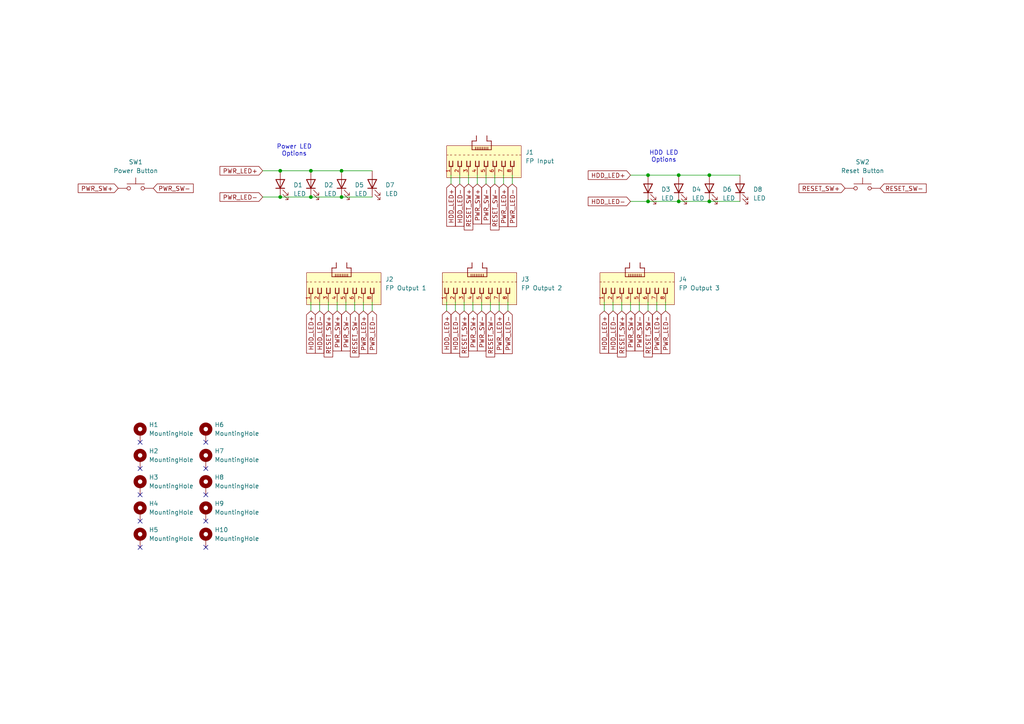
<source format=kicad_sch>
(kicad_sch (version 20250114) (generator "eeschema") (generator_version "9.0")
  (paper "A4")
  (lib_symbols
    (symbol "54602-908LF:54602-908LF" (pin_names (offset 1.016))
      (property "Reference" "J" (at 5.0956 10.1912 0))
      (property "Value" "54602-908LF" (at 5.1004 -10.2008 0))
      (symbol "54602-908LF_0_0"
        (rectangle (start -3.2879 -10.1835) (end 5.9831 11.4065) (stroke (width 0.127)) (fill (type background)))
        (polyline (pts (xy 0 10.668) (xy 0 9.652)) (stroke (width 0.254)))
        (polyline (pts (xy 0 9.652) (xy 1.524 9.652)) (stroke (width 0.254)))
        (polyline (pts (xy 0 8.128) (xy 0 7.112)) (stroke (width 0.254)))
        (polyline (pts (xy 0 7.112) (xy 1.524 7.112)) (stroke (width 0.254)))
        (polyline (pts (xy 0 5.588) (xy 0 4.572)) (stroke (width 0.254)))
        (polyline (pts (xy 0 4.572) (xy 1.524 4.572)) (stroke (width 0.254)))
        (polyline (pts (xy 0 3.048) (xy 0 2.032)) (stroke (width 0.254)))
        (polyline (pts (xy 0 2.032) (xy 1.524 2.032)) (stroke (width 0.254)))
        (polyline (pts (xy 0 0.508) (xy 0 -0.508)) (stroke (width 0.254)))
        (polyline (pts (xy 0 -0.508) (xy 1.524 -0.508)) (stroke (width 0.254)))
        (polyline (pts (xy 0 -2.032) (xy 0 -3.048)) (stroke (width 0.254)))
        (polyline (pts (xy 0 -3.048) (xy 1.524 -3.048)) (stroke (width 0.254)))
        (polyline (pts (xy 0 -4.572) (xy 0 -5.588)) (stroke (width 0.254)))
        (polyline (pts (xy 0 -5.588) (xy 1.524 -5.588)) (stroke (width 0.254)))
        (polyline (pts (xy 0 -7.112) (xy 0 -8.128)) (stroke (width 0.254)))
        (polyline (pts (xy 0 -8.128) (xy 1.524 -8.128)) (stroke (width 0.254)))
        (polyline (pts (xy 1.524 10.668) (xy 0 10.668)) (stroke (width 0.254)))
        (polyline (pts (xy 1.524 8.128) (xy 0 8.128)) (stroke (width 0.254)))
        (polyline (pts (xy 1.524 5.588) (xy 0 5.588)) (stroke (width 0.254)))
        (polyline (pts (xy 1.524 3.048) (xy 0 3.048)) (stroke (width 0.254)))
        (polyline (pts (xy 1.524 0.508) (xy 0 0.508)) (stroke (width 0.254)))
        (polyline (pts (xy 1.524 -2.032) (xy 0 -2.032)) (stroke (width 0.254)))
        (polyline (pts (xy 1.524 -4.572) (xy 0 -4.572)) (stroke (width 0.254)))
        (polyline (pts (xy 1.524 -7.112) (xy 0 -7.112)) (stroke (width 0.254)))
        (polyline (pts (xy 3.302 10.922) (xy 3.302 11.43)) (stroke (width 0.127)))
        (polyline (pts (xy 3.302 9.906) (xy 3.302 10.414)) (stroke (width 0.127)))
        (polyline (pts (xy 3.302 8.636) (xy 3.302 9.144)) (stroke (width 0.127)))
        (polyline (pts (xy 3.302 7.366) (xy 3.302 7.874)) (stroke (width 0.127)))
        (polyline (pts (xy 3.302 6.096) (xy 3.302 6.604)) (stroke (width 0.127)))
        (polyline (pts (xy 3.302 4.826) (xy 3.302 5.334)) (stroke (width 0.127)))
        (polyline (pts (xy 3.302 3.556) (xy 3.302 4.064)) (stroke (width 0.127)))
        (polyline (pts (xy 3.302 2.286) (xy 3.302 2.794)) (stroke (width 0.127)))
        (polyline (pts (xy 3.302 1.016) (xy 3.302 1.524)) (stroke (width 0.127)))
        (polyline (pts (xy 3.302 -0.254) (xy 3.302 0.254)) (stroke (width 0.127)))
        (polyline (pts (xy 3.302 -1.524) (xy 3.302 -1.016)) (stroke (width 0.127)))
        (polyline (pts (xy 3.302 -2.794) (xy 3.302 -2.286)) (stroke (width 0.127)))
        (polyline (pts (xy 3.302 -4.064) (xy 3.302 -3.556)) (stroke (width 0.127)))
        (polyline (pts (xy 3.302 -5.334) (xy 3.302 -4.826)) (stroke (width 0.127)))
        (polyline (pts (xy 3.302 -6.604) (xy 3.302 -6.096)) (stroke (width 0.127)))
        (polyline (pts (xy 3.302 -7.874) (xy 3.302 -7.366)) (stroke (width 0.127)))
        (polyline (pts (xy 3.302 -9.144) (xy 3.302 -8.636)) (stroke (width 0.127)))
        (polyline (pts (xy 3.302 -10.16) (xy 3.302 -9.652)) (stroke (width 0.127)))
        (polyline (pts (xy 4.826 4.064) (xy 4.826 3.048)) (stroke (width 0.1998)))
        (polyline (pts (xy 4.826 3.048) (xy 4.826 2.54)) (stroke (width 0.1998)))
        (polyline (pts (xy 4.826 3.048) (xy 5.588 3.048)) (stroke (width 0.1998)))
        (polyline (pts (xy 4.826 2.54) (xy 4.826 2.032)) (stroke (width 0.1998)))
        (polyline (pts (xy 4.826 2.54) (xy 5.588 2.54)) (stroke (width 0.1998)))
        (polyline (pts (xy 4.826 2.032) (xy 4.826 1.524)) (stroke (width 0.1998)))
        (polyline (pts (xy 4.826 2.032) (xy 5.588 2.032)) (stroke (width 0.1998)))
        (polyline (pts (xy 4.826 1.524) (xy 4.826 1.016)) (stroke (width 0.1998)))
        (polyline (pts (xy 4.826 1.524) (xy 5.588 1.524)) (stroke (width 0.1998)))
        (polyline (pts (xy 4.826 1.016) (xy 4.826 0.508)) (stroke (width 0.1998)))
        (polyline (pts (xy 4.826 1.016) (xy 5.588 1.016)) (stroke (width 0.1998)))
        (polyline (pts (xy 4.826 0.508) (xy 4.826 0)) (stroke (width 0.1998)))
        (polyline (pts (xy 4.826 0.508) (xy 5.588 0.508)) (stroke (width 0.1998)))
        (polyline (pts (xy 4.826 0) (xy 4.826 -0.508)) (stroke (width 0.1998)))
        (polyline (pts (xy 4.826 0) (xy 5.588 0)) (stroke (width 0.1998)))
        (polyline (pts (xy 4.826 -0.508) (xy 4.826 -1.524)) (stroke (width 0.1998)))
        (polyline (pts (xy 4.826 -0.508) (xy 5.588 -0.508)) (stroke (width 0.1998)))
        (polyline (pts (xy 4.826 -1.524) (xy 7.366 -1.524)) (stroke (width 0.1998)))
        (polyline (pts (xy 7.366 4.064) (xy 4.826 4.064)) (stroke (width 0.1998)))
        (polyline (pts (xy 7.366 2.794) (xy 7.366 4.064)) (stroke (width 0.1998)))
        (polyline (pts (xy 7.366 -0.254) (xy 8.89 -0.254)) (stroke (width 0.1998)))
        (polyline (pts (xy 7.366 -1.524) (xy 7.366 -0.254)) (stroke (width 0.1998)))
        (polyline (pts (xy 8.89 2.794) (xy 7.366 2.794)) (stroke (width 0.1998)))
        (pin passive line (at -2.54 10.16 0) (length 2.54) (name "~") (number "1"))
        (pin passive line (at -2.54 7.62 0) (length 2.54) (name "~") (number "2"))
        (pin passive line (at -2.54 5.08 0) (length 2.54) (name "~") (number "3"))
        (pin passive line (at -2.54 2.54 0) (length 2.54) (name "~") (number "4"))
        (pin passive line (at -2.54 0 0) (length 2.54) (name "~") (number "5"))
        (pin passive line (at -2.54 -2.54 0) (length 2.54) (name "~") (number "6"))
        (pin passive line (at -2.54 -5.08 0) (length 2.54) (name "~") (number "7"))
        (pin passive line (at -2.54 -7.62 0) (length 2.54) (name "~") (number "8"))
      )
    )
    (symbol "Device:LED" (pin_numbers (hide yes)) (pin_names (offset 1.016) (hide yes))
      (property "Reference" "D" (at 0 2.54 0))
      (property "Value" "LED" (at 0 -2.54 0))
      (symbol "LED_0_1"
        (polyline (pts (xy -3.048 -0.762) (xy -4.572 -2.286) (xy -3.81 -2.286) (xy -4.572 -2.286) (xy -4.572 -1.524)))
        (polyline (pts (xy -1.778 -0.762) (xy -3.302 -2.286) (xy -2.54 -2.286) (xy -3.302 -2.286) (xy -3.302 -1.524)))
        (polyline (pts (xy -1.27 0) (xy 1.27 0)))
        (polyline (pts (xy -1.27 -1.27) (xy -1.27 1.27)) (stroke (width 0.254)))
        (polyline (pts (xy 1.27 -1.27) (xy 1.27 1.27) (xy -1.27 0) (xy 1.27 -1.27)) (stroke (width 0.254)))
      )
      (symbol "LED_1_1"
        (pin passive line (at -3.81 0 0) (length 2.54) (name "K") (number "1"))
        (pin passive line (at 3.81 0 180) (length 2.54) (name "A") (number "2"))
      )
    )
    (symbol "Mechanical:MountingHole_Pad" (pin_numbers (hide yes)) (pin_names (offset 1.016) (hide yes)) (in_bom no)
      (property "Reference" "H" (at 0 6.35 0))
      (property "Value" "MountingHole_Pad" (at 0 4.445 0))
      (symbol "MountingHole_Pad_0_1"
        (circle (center 0 1.27) (radius 1.27) (stroke (width 1.27)))
      )
      (symbol "MountingHole_Pad_1_1"
        (pin input line (at 0 -2.54 90) (length 2.54) (name "1") (number "1"))
      )
    )
    (symbol "Switch:SW_Push" (pin_numbers (hide yes)) (pin_names (offset 1.016) (hide yes))
      (property "Reference" "SW" (at 1.27 2.54 0))
      (property "Value" "SW_Push" (at 0 -1.524 0))
      (symbol "SW_Push_0_1"
        (circle (center -2.032 0) (radius 0.508))
        (polyline (pts (xy 0 1.27) (xy 0 3.048)))
        (circle (center 2.032 0) (radius 0.508))
        (polyline (pts (xy 2.54 1.27) (xy -2.54 1.27)))
        (pin passive line (at -5.08 0 0) (length 2.54) (name "1") (number "1"))
        (pin passive line (at 5.08 0 180) (length 2.54) (name "2") (number "2"))
      )
    )
  )
  (text "Power LED\nOptions" (at 85.344 43.688 0) (effects (font (size 1.27 1.27))))
  (text "HDD LED\nOptions" (at 192.532 45.466 0) (effects (font (size 1.27 1.27))))
  (junction (at 81.28 49.53))
  (junction (at 196.85 58.42))
  (junction (at 205.74 58.42))
  (junction (at 99.06 49.53))
  (junction (at 187.96 50.8))
  (junction (at 205.74 50.8))
  (junction (at 196.85 50.8))
  (junction (at 90.17 49.53))
  (junction (at 187.96 58.42))
  (junction (at 90.17 57.15))
  (junction (at 81.28 57.15))
  (junction (at 99.06 57.15))
  (no_connect (at 59.69 151.13))
  (no_connect (at 59.69 158.75))
  (no_connect (at 59.69 128.27))
  (no_connect (at 40.64 135.89))
  (no_connect (at 59.69 143.51))
  (no_connect (at 40.64 158.75))
  (no_connect (at 40.64 143.51))
  (no_connect (at 40.64 151.13))
  (no_connect (at 40.64 128.27))
  (no_connect (at 59.69 135.89))
  (wire (pts (xy 144.78 87.63) (xy 144.78 90.17)))
  (wire (pts (xy 105.41 87.63) (xy 105.41 90.17)))
  (wire (pts (xy 130.81 50.8) (xy 130.81 53.34)))
  (wire (pts (xy 76.2 57.15) (xy 81.28 57.15)))
  (wire (pts (xy 143.51 50.8) (xy 143.51 53.34)))
  (wire (pts (xy 134.62 87.63) (xy 134.62 90.17)))
  (wire (pts (xy 148.59 50.8) (xy 148.59 53.34)))
  (wire (pts (xy 190.5 87.63) (xy 190.5 90.17)))
  (wire (pts (xy 177.8 87.63) (xy 177.8 90.17)))
  (wire (pts (xy 81.28 49.53) (xy 90.17 49.53)))
  (wire (pts (xy 187.96 58.42) (xy 196.85 58.42)))
  (wire (pts (xy 129.54 87.63) (xy 129.54 90.17)))
  (wire (pts (xy 196.85 58.42) (xy 205.74 58.42)))
  (wire (pts (xy 205.74 58.42) (xy 214.63 58.42)))
  (wire (pts (xy 147.32 87.63) (xy 147.32 90.17)))
  (wire (pts (xy 187.96 50.8) (xy 196.85 50.8)))
  (wire (pts (xy 100.33 87.63) (xy 100.33 90.17)))
  (wire (pts (xy 90.17 57.15) (xy 99.06 57.15)))
  (wire (pts (xy 102.87 87.63) (xy 102.87 90.17)))
  (wire (pts (xy 182.88 87.63) (xy 182.88 90.17)))
  (wire (pts (xy 81.28 57.15) (xy 90.17 57.15)))
  (wire (pts (xy 107.95 87.63) (xy 107.95 90.17)))
  (wire (pts (xy 76.2 49.53) (xy 81.28 49.53)))
  (wire (pts (xy 205.74 50.8) (xy 214.63 50.8)))
  (wire (pts (xy 193.04 87.63) (xy 193.04 90.17)))
  (wire (pts (xy 133.35 50.8) (xy 133.35 53.34)))
  (wire (pts (xy 137.16 87.63) (xy 137.16 90.17)))
  (wire (pts (xy 139.7 87.63) (xy 139.7 90.17)))
  (wire (pts (xy 90.17 87.63) (xy 90.17 90.17)))
  (wire (pts (xy 146.05 50.8) (xy 146.05 53.34)))
  (wire (pts (xy 196.85 50.8) (xy 205.74 50.8)))
  (wire (pts (xy 180.34 87.63) (xy 180.34 90.17)))
  (wire (pts (xy 182.88 50.8) (xy 187.96 50.8)))
  (wire (pts (xy 132.08 87.63) (xy 132.08 90.17)))
  (wire (pts (xy 90.17 49.53) (xy 99.06 49.53)))
  (wire (pts (xy 97.79 87.63) (xy 97.79 90.17)))
  (wire (pts (xy 142.24 87.63) (xy 142.24 90.17)))
  (wire (pts (xy 99.06 57.15) (xy 107.95 57.15)))
  (wire (pts (xy 92.71 87.63) (xy 92.71 90.17)))
  (wire (pts (xy 140.97 50.8) (xy 140.97 53.34)))
  (wire (pts (xy 187.96 87.63) (xy 187.96 90.17)))
  (wire (pts (xy 135.89 50.8) (xy 135.89 53.34)))
  (wire (pts (xy 95.25 87.63) (xy 95.25 90.17)))
  (wire (pts (xy 182.88 58.42) (xy 187.96 58.42)))
  (wire (pts (xy 138.43 50.8) (xy 138.43 53.34)))
  (wire (pts (xy 185.42 87.63) (xy 185.42 90.17)))
  (wire (pts (xy 99.06 49.53) (xy 107.95 49.53)))
  (wire (pts (xy 175.26 87.63) (xy 175.26 90.17)))
  (global_label "HDD_LED+" (shape input) (at 175.26 90.17 270) (property "Intersheetrefs" "${INTERSHEET_REFS}" (effects (hide yes))))
  (global_label "PWR_SW-" (shape input) (at 140.97 53.34 270) (property "Intersheetrefs" "${INTERSHEET_REFS}" (effects (hide yes))))
  (global_label "PWR_LED-" (shape input) (at 148.59 53.34 270) (property "Intersheetrefs" "${INTERSHEET_REFS}" (effects (hide yes))))
  (global_label "PWR_LED-" (shape input) (at 193.04 90.17 270) (property "Intersheetrefs" "${INTERSHEET_REFS}" (effects (hide yes))))
  (global_label "PWR_LED+" (shape input) (at 105.41 90.17 270) (property "Intersheetrefs" "${INTERSHEET_REFS}" (effects (hide yes))))
  (global_label "PWR_SW+" (shape input) (at 34.29 54.61 180) (property "Intersheetrefs" "${INTERSHEET_REFS}" (effects (hide yes))))
  (global_label "RESET_SW-" (shape input) (at 143.51 53.34 270) (property "Intersheetrefs" "${INTERSHEET_REFS}" (effects (hide yes))))
  (global_label "RESET_SW+" (shape input) (at 245.11 54.61 180) (property "Intersheetrefs" "${INTERSHEET_REFS}" (effects (hide yes))))
  (global_label "HDD_LED+" (shape input) (at 90.17 90.17 270) (property "Intersheetrefs" "${INTERSHEET_REFS}" (effects (hide yes))))
  (global_label "RESET_SW+" (shape input) (at 180.34 90.17 270) (property "Intersheetrefs" "${INTERSHEET_REFS}" (effects (hide yes))))
  (global_label "PWR_LED+" (shape input) (at 146.05 53.34 270) (property "Intersheetrefs" "${INTERSHEET_REFS}" (effects (hide yes))))
  (global_label "PWR_SW-" (shape input) (at 44.45 54.61 0) (property "Intersheetrefs" "${INTERSHEET_REFS}" (effects (hide yes))))
  (global_label "PWR_SW-" (shape input) (at 100.33 90.17 270) (property "Intersheetrefs" "${INTERSHEET_REFS}" (effects (hide yes))))
  (global_label "HDD_LED-" (shape input) (at 133.35 53.34 270) (property "Intersheetrefs" "${INTERSHEET_REFS}" (effects (hide yes))))
  (global_label "PWR_LED-" (shape input) (at 147.32 90.17 270) (property "Intersheetrefs" "${INTERSHEET_REFS}" (effects (hide yes))))
  (global_label "HDD_LED-" (shape input) (at 177.8 90.17 270) (property "Intersheetrefs" "${INTERSHEET_REFS}" (effects (hide yes))))
  (global_label "RESET_SW+" (shape input) (at 135.89 53.34 270) (property "Intersheetrefs" "${INTERSHEET_REFS}" (effects (hide yes))))
  (global_label "HDD_LED-" (shape input) (at 182.88 58.42 180) (property "Intersheetrefs" "${INTERSHEET_REFS}" (effects (hide yes))))
  (global_label "PWR_SW-" (shape input) (at 139.7 90.17 270) (property "Intersheetrefs" "${INTERSHEET_REFS}" (effects (hide yes))))
  (global_label "HDD_LED+" (shape input) (at 130.81 53.34 270) (property "Intersheetrefs" "${INTERSHEET_REFS}" (effects (hide yes))))
  (global_label "RESET_SW+" (shape input) (at 95.25 90.17 270) (property "Intersheetrefs" "${INTERSHEET_REFS}" (effects (hide yes))))
  (global_label "RESET_SW-" (shape input) (at 255.27 54.61 0) (property "Intersheetrefs" "${INTERSHEET_REFS}" (effects (hide yes))))
  (global_label "PWR_LED-" (shape input) (at 107.95 90.17 270) (property "Intersheetrefs" "${INTERSHEET_REFS}" (effects (hide yes))))
  (global_label "HDD_LED-" (shape input) (at 92.71 90.17 270) (property "Intersheetrefs" "${INTERSHEET_REFS}" (effects (hide yes))))
  (global_label "RESET_SW-" (shape input) (at 102.87 90.17 270) (property "Intersheetrefs" "${INTERSHEET_REFS}" (effects (hide yes))))
  (global_label "PWR_SW+" (shape input) (at 97.79 90.17 270) (property "Intersheetrefs" "${INTERSHEET_REFS}" (effects (hide yes))))
  (global_label "RESET_SW+" (shape input) (at 134.62 90.17 270) (property "Intersheetrefs" "${INTERSHEET_REFS}" (effects (hide yes))))
  (global_label "PWR_LED+" (shape input) (at 76.2 49.53 180) (property "Intersheetrefs" "${INTERSHEET_REFS}" (effects (hide yes))))
  (global_label "PWR_LED+" (shape input) (at 144.78 90.17 270) (property "Intersheetrefs" "${INTERSHEET_REFS}" (effects (hide yes))))
  (global_label "PWR_SW+" (shape input) (at 138.43 53.34 270) (property "Intersheetrefs" "${INTERSHEET_REFS}" (effects (hide yes))))
  (global_label "PWR_SW+" (shape input) (at 137.16 90.17 270) (property "Intersheetrefs" "${INTERSHEET_REFS}" (effects (hide yes))))
  (global_label "HDD_LED-" (shape input) (at 132.08 90.17 270) (property "Intersheetrefs" "${INTERSHEET_REFS}" (effects (hide yes))))
  (global_label "PWR_SW+" (shape input) (at 182.88 90.17 270) (property "Intersheetrefs" "${INTERSHEET_REFS}" (effects (hide yes))))
  (global_label "HDD_LED+" (shape input) (at 182.88 50.8 180) (property "Intersheetrefs" "${INTERSHEET_REFS}" (effects (hide yes))))
  (global_label "RESET_SW-" (shape input) (at 187.96 90.17 270) (property "Intersheetrefs" "${INTERSHEET_REFS}" (effects (hide yes))))
  (global_label "PWR_LED+" (shape input) (at 190.5 90.17 270) (property "Intersheetrefs" "${INTERSHEET_REFS}" (effects (hide yes))))
  (global_label "PWR_LED-" (shape input) (at 76.2 57.15 180) (property "Intersheetrefs" "${INTERSHEET_REFS}" (effects (hide yes))))
  (global_label "PWR_SW-" (shape input) (at 185.42 90.17 270) (property "Intersheetrefs" "${INTERSHEET_REFS}" (effects (hide yes))))
  (global_label "HDD_LED+" (shape input) (at 129.54 90.17 270) (property "Intersheetrefs" "${INTERSHEET_REFS}" (effects (hide yes))))
  (global_label "RESET_SW-" (shape input) (at 142.24 90.17 270) (property "Intersheetrefs" "${INTERSHEET_REFS}" (effects (hide yes))))
  (symbol (lib_id "Device:LED") (at 107.95 53.34 90) (unit 1)
    (property "Reference" "D7" (at 111.76 53.6574 90) (effects (justify right)))
    (property "Value" "LED" (at 111.76 56.1974 90) (effects (justify right)))
    (property "Footprint" "LED_SMD:LED_0805_2012Metric_Pad1.15x1.40mm_HandSolder" (effects (hide yes)))
    (property "Description" "Light emitting diode" (effects (hide yes)))
    (property "Sim.Pins" "1=K 2=A" (effects (hide yes)))
  )
  (symbol (lib_id "Device:LED") (at 90.17 53.34 90) (unit 1)
    (property "Reference" "D2" (at 93.98 53.6574 90) (effects (justify right)))
    (property "Value" "LED" (at 93.98 56.1974 90) (effects (justify right)))
    (property "Footprint" "LED_THT:LED_D5.0mm" (effects (hide yes)))
    (property "Description" "Light emitting diode" (effects (hide yes)))
    (property "Sim.Pins" "1=K 2=A" (effects (hide yes)))
  )
  (symbol (lib_id "Mechanical:MountingHole_Pad") (at 59.69 148.59 0) (unit 1) (in_bom no)
    (property "Reference" "H9" (at 62.23 146.0499 0) (effects (justify left)))
    (property "Value" "MountingHole" (at 62.23 148.5899 0) (effects (justify left)))
    (property "Footprint" "MountingHole:MountingHole_3.2mm_M3_Pad" (effects (hide yes)))
    (property "Description" "Mounting Hole with connection" (effects (hide yes)))
  )
  (symbol (lib_id "Device:LED") (at 187.96 54.61 90) (unit 1)
    (property "Reference" "D3" (at 191.77 54.9274 90) (effects (justify right)))
    (property "Value" "LED" (at 191.77 57.4674 90) (effects (justify right)))
    (property "Footprint" "LED_THT:LED_D3.0mm" (effects (hide yes)))
    (property "Description" "Light emitting diode" (effects (hide yes)))
    (property "Sim.Pins" "1=K 2=A" (effects (hide yes)))
  )
  (symbol (lib_id "Mechanical:MountingHole_Pad") (at 40.64 125.73 0) (unit 1) (in_bom no)
    (property "Reference" "H1" (at 43.18 123.1899 0) (effects (justify left)))
    (property "Value" "MountingHole" (at 43.18 125.7299 0) (effects (justify left)))
    (property "Footprint" "MountingHole:MountingHole_3.2mm_M3_Pad" (effects (hide yes)))
    (property "Description" "Mounting Hole with connection" (effects (hide yes)))
  )
  (symbol (lib_id "Switch:SW_Push") (at 39.37 54.61 0) (unit 1)
    (property "Reference" "SW1" (at 39.37 46.99 0))
    (property "Value" "Power Button" (at 39.37 49.53 0))
    (property "Footprint" "PCM_Switch_Keyboard_Cherry_MX:SW_Cherry_MX_PCB_1.00u" (effects (hide yes)))
    (property "Description" "Push button switch, generic, two pins" (effects (hide yes)))
  )
  (symbol (lib_id "Mechanical:MountingHole_Pad") (at 40.64 156.21 0) (unit 1) (in_bom no)
    (property "Reference" "H5" (at 43.18 153.6699 0) (effects (justify left)))
    (property "Value" "MountingHole" (at 43.18 156.2099 0) (effects (justify left)))
    (property "Footprint" "MountingHole:MountingHole_3.2mm_M3_Pad" (effects (hide yes)))
    (property "Description" "Mounting Hole with connection" (effects (hide yes)))
  )
  (symbol (lib_id "54602-908LF:54602-908LF") (at 140.97 48.26 90) (unit 1)
    (property "Reference" "J1" (at 152.4 44.1706 90) (effects (justify right)))
    (property "Value" "FP Input" (at 152.4 46.7106 90) (effects (justify right)))
    (property "Footprint" "54602_908LF:AMPHENOL_54602-908LF" (effects (hide yes)))
    (property "Description" "CONN MOD JACK 8P8C R/A UNSHLD" (effects (hide yes)))
    (property "PACKAGE" "None" (effects (hide yes)))
    (property "PRICE" "0.36 USD" (effects (hide yes)))
    (property "STANDARD" "MANUFACTURER RECOMMENDATION" (effects (hide yes)))
    (property "PARTREV" "J" (effects (hide yes)))
    (property "MP" "54602-908LF" (effects (hide yes)))
    (property "AVAILABILITY" "Good" (effects (hide yes)))
    (property "MANUFACTURER" "Amphenol FCI" (effects (hide yes)))
  )
  (symbol (lib_id "54602-908LF:54602-908LF") (at 100.33 85.09 90) (unit 1)
    (property "Reference" "J2" (at 111.76 81.0006 90) (effects (justify right)))
    (property "Value" "FP Output 1" (at 111.76 83.5406 90) (effects (justify right)))
    (property "Footprint" "54602_908LF:AMPHENOL_54602-908LF" (effects (hide yes)))
    (property "Description" "CONN MOD JACK 8P8C R/A UNSHLD" (effects (hide yes)))
    (property "PACKAGE" "None" (effects (hide yes)))
    (property "PRICE" "0.36 USD" (effects (hide yes)))
    (property "STANDARD" "MANUFACTURER RECOMMENDATION" (effects (hide yes)))
    (property "PARTREV" "J" (effects (hide yes)))
    (property "MP" "54602-908LF" (effects (hide yes)))
    (property "AVAILABILITY" "Good" (effects (hide yes)))
    (property "MANUFACTURER" "Amphenol FCI" (effects (hide yes)))
  )
  (symbol (lib_id "Switch:SW_Push") (at 250.19 54.61 0) (unit 1)
    (property "Reference" "SW2" (at 250.19 46.99 0))
    (property "Value" "Reset Button" (at 250.19 49.53 0))
    (property "Footprint" "PCM_Switch_Keyboard_Cherry_MX:SW_Cherry_MX_PCB_1.00u" (effects (hide yes)))
    (property "Description" "Push button switch, generic, two pins" (effects (hide yes)))
  )
  (symbol (lib_id "Device:LED") (at 214.63 54.61 90) (unit 1)
    (property "Reference" "D8" (at 218.44 54.9274 90) (effects (justify right)))
    (property "Value" "LED" (at 218.44 57.4674 90) (effects (justify right)))
    (property "Footprint" "LED_SMD:LED_0805_2012Metric_Pad1.15x1.40mm_HandSolder" (effects (hide yes)))
    (property "Description" "Light emitting diode" (effects (hide yes)))
    (property "Sim.Pins" "1=K 2=A" (effects (hide yes)))
  )
  (symbol (lib_id "Mechanical:MountingHole_Pad") (at 59.69 133.35 0) (unit 1) (in_bom no)
    (property "Reference" "H7" (at 62.23 130.8099 0) (effects (justify left)))
    (property "Value" "MountingHole" (at 62.23 133.3499 0) (effects (justify left)))
    (property "Footprint" "MountingHole:MountingHole_3.2mm_M3_Pad" (effects (hide yes)))
    (property "Description" "Mounting Hole with connection" (effects (hide yes)))
  )
  (symbol (lib_id "Device:LED") (at 196.85 54.61 90) (unit 1)
    (property "Reference" "D4" (at 200.66 54.9274 90) (effects (justify right)))
    (property "Value" "LED" (at 200.66 57.4674 90) (effects (justify right)))
    (property "Footprint" "LED_THT:LED_D5.0mm" (effects (hide yes)))
    (property "Description" "Light emitting diode" (effects (hide yes)))
    (property "Sim.Pins" "1=K 2=A" (effects (hide yes)))
  )
  (symbol (lib_id "Device:LED") (at 99.06 53.34 90) (unit 1)
    (property "Reference" "D5" (at 102.87 53.6574 90) (effects (justify right)))
    (property "Value" "LED" (at 102.87 56.1974 90) (effects (justify right)))
    (property "Footprint" "LED_SMD:LED_0603_1608Metric_Pad1.05x0.95mm_HandSolder" (effects (hide yes)))
    (property "Description" "Light emitting diode" (effects (hide yes)))
    (property "Sim.Pins" "1=K 2=A" (effects (hide yes)))
  )
  (symbol (lib_id "54602-908LF:54602-908LF") (at 139.7 85.09 90) (unit 1)
    (property "Reference" "J3" (at 151.13 81.0006 90) (effects (justify right)))
    (property "Value" "FP Output 2" (at 151.13 83.5406 90) (effects (justify right)))
    (property "Footprint" "54602_908LF:AMPHENOL_54602-908LF" (effects (hide yes)))
    (property "Description" "CONN MOD JACK 8P8C R/A UNSHLD" (effects (hide yes)))
    (property "PACKAGE" "None" (effects (hide yes)))
    (property "PRICE" "0.36 USD" (effects (hide yes)))
    (property "STANDARD" "MANUFACTURER RECOMMENDATION" (effects (hide yes)))
    (property "PARTREV" "J" (effects (hide yes)))
    (property "MP" "54602-908LF" (effects (hide yes)))
    (property "AVAILABILITY" "Good" (effects (hide yes)))
    (property "MANUFACTURER" "Amphenol FCI" (effects (hide yes)))
  )
  (symbol (lib_id "Mechanical:MountingHole_Pad") (at 40.64 148.59 0) (unit 1) (in_bom no)
    (property "Reference" "H4" (at 43.18 146.0499 0) (effects (justify left)))
    (property "Value" "MountingHole" (at 43.18 148.5899 0) (effects (justify left)))
    (property "Footprint" "MountingHole:MountingHole_3.2mm_M3_Pad" (effects (hide yes)))
    (property "Description" "Mounting Hole with connection" (effects (hide yes)))
  )
  (symbol (lib_id "Mechanical:MountingHole_Pad") (at 59.69 140.97 0) (unit 1) (in_bom no)
    (property "Reference" "H8" (at 62.23 138.4299 0) (effects (justify left)))
    (property "Value" "MountingHole" (at 62.23 140.9699 0) (effects (justify left)))
    (property "Footprint" "MountingHole:MountingHole_3.2mm_M3_Pad" (effects (hide yes)))
    (property "Description" "Mounting Hole with connection" (effects (hide yes)))
  )
  (symbol (lib_id "Mechanical:MountingHole_Pad") (at 59.69 125.73 0) (unit 1) (in_bom no)
    (property "Reference" "H6" (at 62.23 123.1899 0) (effects (justify left)))
    (property "Value" "MountingHole" (at 62.23 125.7299 0) (effects (justify left)))
    (property "Footprint" "MountingHole:MountingHole_3.2mm_M3_Pad" (effects (hide yes)))
    (property "Description" "Mounting Hole with connection" (effects (hide yes)))
  )
  (symbol (lib_id "Mechanical:MountingHole_Pad") (at 40.64 140.97 0) (unit 1) (in_bom no)
    (property "Reference" "H3" (at 43.18 138.4299 0) (effects (justify left)))
    (property "Value" "MountingHole" (at 43.18 140.9699 0) (effects (justify left)))
    (property "Footprint" "MountingHole:MountingHole_3.2mm_M3_Pad" (effects (hide yes)))
    (property "Description" "Mounting Hole with connection" (effects (hide yes)))
  )
  (symbol (lib_id "Mechanical:MountingHole_Pad") (at 40.64 133.35 0) (unit 1) (in_bom no)
    (property "Reference" "H2" (at 43.18 130.8099 0) (effects (justify left)))
    (property "Value" "MountingHole" (at 43.18 133.3499 0) (effects (justify left)))
    (property "Footprint" "MountingHole:MountingHole_3.2mm_M3_Pad" (effects (hide yes)))
    (property "Description" "Mounting Hole with connection" (effects (hide yes)))
  )
  (symbol (lib_id "Device:LED") (at 81.28 53.34 90) (unit 1)
    (property "Reference" "D1" (at 85.09 53.6574 90) (effects (justify right)))
    (property "Value" "LED" (at 85.09 56.1974 90) (effects (justify right)))
    (property "Footprint" "LED_THT:LED_D3.0mm" (effects (hide yes)))
    (property "Description" "Light emitting diode" (effects (hide yes)))
    (property "Sim.Pins" "1=K 2=A" (effects (hide yes)))
  )
  (symbol (lib_id "Device:LED") (at 205.74 54.61 90) (unit 1)
    (property "Reference" "D6" (at 209.55 54.9274 90) (effects (justify right)))
    (property "Value" "LED" (at 209.55 57.4674 90) (effects (justify right)))
    (property "Footprint" "LED_SMD:LED_0603_1608Metric_Pad1.05x0.95mm_HandSolder" (effects (hide yes)))
    (property "Description" "Light emitting diode" (effects (hide yes)))
    (property "Sim.Pins" "1=K 2=A" (effects (hide yes)))
  )
  (symbol (lib_id "54602-908LF:54602-908LF") (at 185.42 85.09 90) (unit 1)
    (property "Reference" "J4" (at 196.85 81.0006 90) (effects (justify right)))
    (property "Value" "FP Output 3" (at 196.85 83.5406 90) (effects (justify right)))
    (property "Footprint" "54602_908LF:AMPHENOL_54602-908LF" (effects (hide yes)))
    (property "Description" "CONN MOD JACK 8P8C R/A UNSHLD" (effects (hide yes)))
    (property "PACKAGE" "None" (effects (hide yes)))
    (property "PRICE" "0.36 USD" (effects (hide yes)))
    (property "STANDARD" "MANUFACTURER RECOMMENDATION" (effects (hide yes)))
    (property "PARTREV" "J" (effects (hide yes)))
    (property "MP" "54602-908LF" (effects (hide yes)))
    (property "AVAILABILITY" "Good" (effects (hide yes)))
    (property "MANUFACTURER" "Amphenol FCI" (effects (hide yes)))
  )
  (symbol (lib_id "Mechanical:MountingHole_Pad") (at 59.69 156.21 0) (unit 1) (in_bom no)
    (property "Reference" "H10" (at 62.23 153.6699 0) (effects (justify left)))
    (property "Value" "MountingHole" (at 62.23 156.2099 0) (effects (justify left)))
    (property "Footprint" "MountingHole:MountingHole_3.2mm_M3_Pad" (effects (hide yes)))
    (property "Description" "Mounting Hole with connection" (effects (hide yes)))
  )
)
</source>
